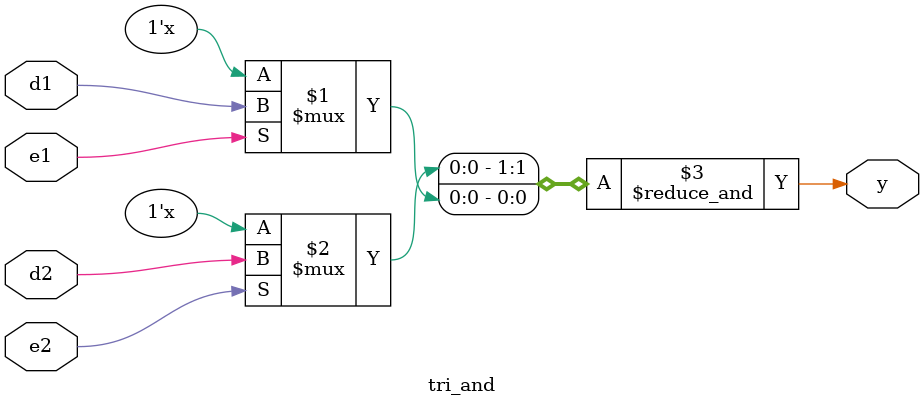
<source format=v>
`timescale 1ns / 1ps


module tri_and(output triand y, input d1, e1, d2, e2);
  assign y = e1 ? d1 : 1'bz;
  assign y = e2 ? d2 : 1'bz;
endmodule


</source>
